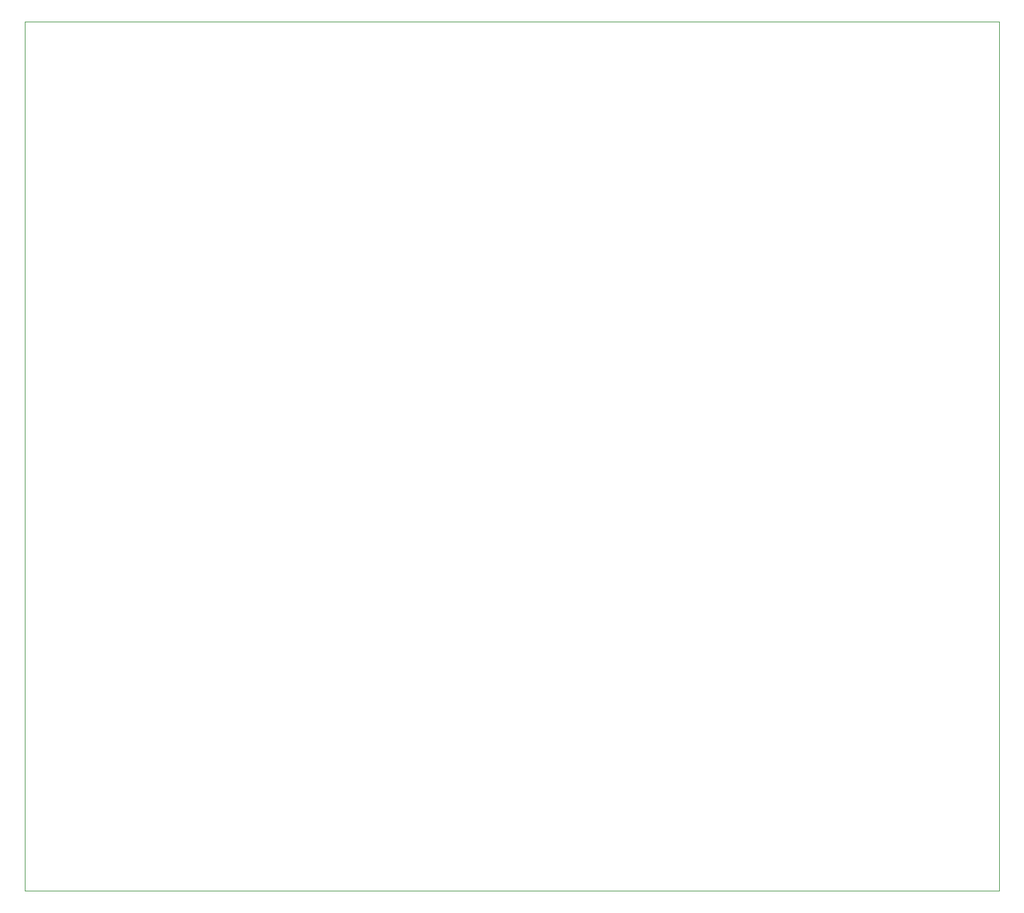
<source format=gbr>
G04 #@! TF.GenerationSoftware,KiCad,Pcbnew,7.0.7*
G04 #@! TF.CreationDate,2023-12-21T21:40:58+09:00*
G04 #@! TF.ProjectId,Pixy-68000,50697879-2d36-4383-9030-302e6b696361,rev?*
G04 #@! TF.SameCoordinates,Original*
G04 #@! TF.FileFunction,Profile,NP*
%FSLAX46Y46*%
G04 Gerber Fmt 4.6, Leading zero omitted, Abs format (unit mm)*
G04 Created by KiCad (PCBNEW 7.0.7) date 2023-12-21 21:40:58*
%MOMM*%
%LPD*%
G01*
G04 APERTURE LIST*
G04 #@! TA.AperFunction,Profile*
%ADD10C,0.100000*%
G04 #@! TD*
G04 APERTURE END LIST*
D10*
X154940000Y-25400000D02*
X25400000Y-25400000D01*
X25400000Y-140970000D02*
X154940000Y-140970000D01*
X25400000Y-25400000D02*
X25400000Y-140970000D01*
X154940000Y-140970000D02*
X154940000Y-25400000D01*
M02*

</source>
